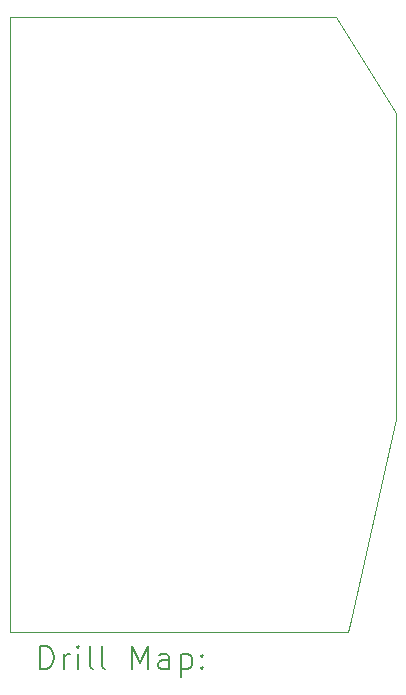
<source format=gbr>
%FSLAX45Y45*%
G04 Gerber Fmt 4.5, Leading zero omitted, Abs format (unit mm)*
G04 Created by KiCad (PCBNEW (6.0.0)) date 2023-01-29 20:38:57*
%MOMM*%
%LPD*%
G01*
G04 APERTURE LIST*
%TA.AperFunction,Profile*%
%ADD10C,0.100000*%
%TD*%
%ADD11C,0.200000*%
G04 APERTURE END LIST*
D10*
X11722100Y-9855200D02*
X13716000Y-9855200D01*
X14986000Y-5461000D02*
X14986000Y-8051800D01*
X14071600Y-9855200D02*
X14478000Y-9855200D01*
X14478000Y-9855200D02*
X14554200Y-9855200D01*
X14986000Y-8051800D02*
X14605000Y-9753600D01*
X14478000Y-4648200D02*
X14986000Y-5461000D01*
X14605000Y-9753600D02*
X14579600Y-9855200D01*
X13716000Y-4648200D02*
X14427200Y-4648200D01*
X11722100Y-4648200D02*
X11722100Y-8140700D01*
X14427200Y-4648200D02*
X14478000Y-4648200D01*
X14071600Y-9855200D02*
X13716000Y-9855200D01*
X14554200Y-9855200D02*
X14579600Y-9855200D01*
X13716000Y-4648200D02*
X11722100Y-4648200D01*
X11722100Y-8140700D02*
X11722100Y-9855200D01*
D11*
X11974719Y-10170676D02*
X11974719Y-9970676D01*
X12022338Y-9970676D01*
X12050909Y-9980200D01*
X12069957Y-9999248D01*
X12079481Y-10018295D01*
X12089005Y-10056390D01*
X12089005Y-10084962D01*
X12079481Y-10123057D01*
X12069957Y-10142105D01*
X12050909Y-10161152D01*
X12022338Y-10170676D01*
X11974719Y-10170676D01*
X12174719Y-10170676D02*
X12174719Y-10037343D01*
X12174719Y-10075438D02*
X12184243Y-10056390D01*
X12193767Y-10046867D01*
X12212814Y-10037343D01*
X12231862Y-10037343D01*
X12298528Y-10170676D02*
X12298528Y-10037343D01*
X12298528Y-9970676D02*
X12289005Y-9980200D01*
X12298528Y-9989724D01*
X12308052Y-9980200D01*
X12298528Y-9970676D01*
X12298528Y-9989724D01*
X12422338Y-10170676D02*
X12403290Y-10161152D01*
X12393767Y-10142105D01*
X12393767Y-9970676D01*
X12527100Y-10170676D02*
X12508052Y-10161152D01*
X12498528Y-10142105D01*
X12498528Y-9970676D01*
X12755671Y-10170676D02*
X12755671Y-9970676D01*
X12822338Y-10113533D01*
X12889005Y-9970676D01*
X12889005Y-10170676D01*
X13069957Y-10170676D02*
X13069957Y-10065914D01*
X13060433Y-10046867D01*
X13041386Y-10037343D01*
X13003290Y-10037343D01*
X12984243Y-10046867D01*
X13069957Y-10161152D02*
X13050909Y-10170676D01*
X13003290Y-10170676D01*
X12984243Y-10161152D01*
X12974719Y-10142105D01*
X12974719Y-10123057D01*
X12984243Y-10104010D01*
X13003290Y-10094486D01*
X13050909Y-10094486D01*
X13069957Y-10084962D01*
X13165195Y-10037343D02*
X13165195Y-10237343D01*
X13165195Y-10046867D02*
X13184243Y-10037343D01*
X13222338Y-10037343D01*
X13241386Y-10046867D01*
X13250909Y-10056390D01*
X13260433Y-10075438D01*
X13260433Y-10132581D01*
X13250909Y-10151629D01*
X13241386Y-10161152D01*
X13222338Y-10170676D01*
X13184243Y-10170676D01*
X13165195Y-10161152D01*
X13346148Y-10151629D02*
X13355671Y-10161152D01*
X13346148Y-10170676D01*
X13336624Y-10161152D01*
X13346148Y-10151629D01*
X13346148Y-10170676D01*
X13346148Y-10046867D02*
X13355671Y-10056390D01*
X13346148Y-10065914D01*
X13336624Y-10056390D01*
X13346148Y-10046867D01*
X13346148Y-10065914D01*
M02*

</source>
